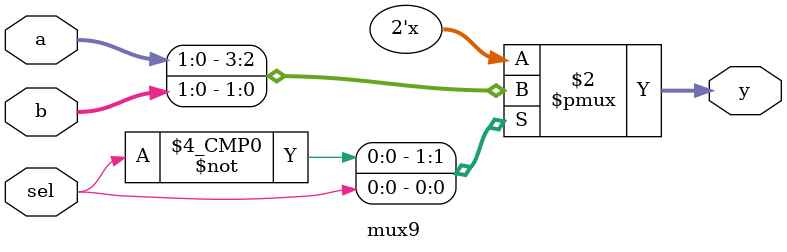
<source format=v>

module mux9 (input [1:0] a, b,
            input sel,
            output reg [1:0] y);

    always @(*) begin
        case(sel)
            0: y = a;
            1: y = b;
        endcase
    end
    
endmodule
</source>
